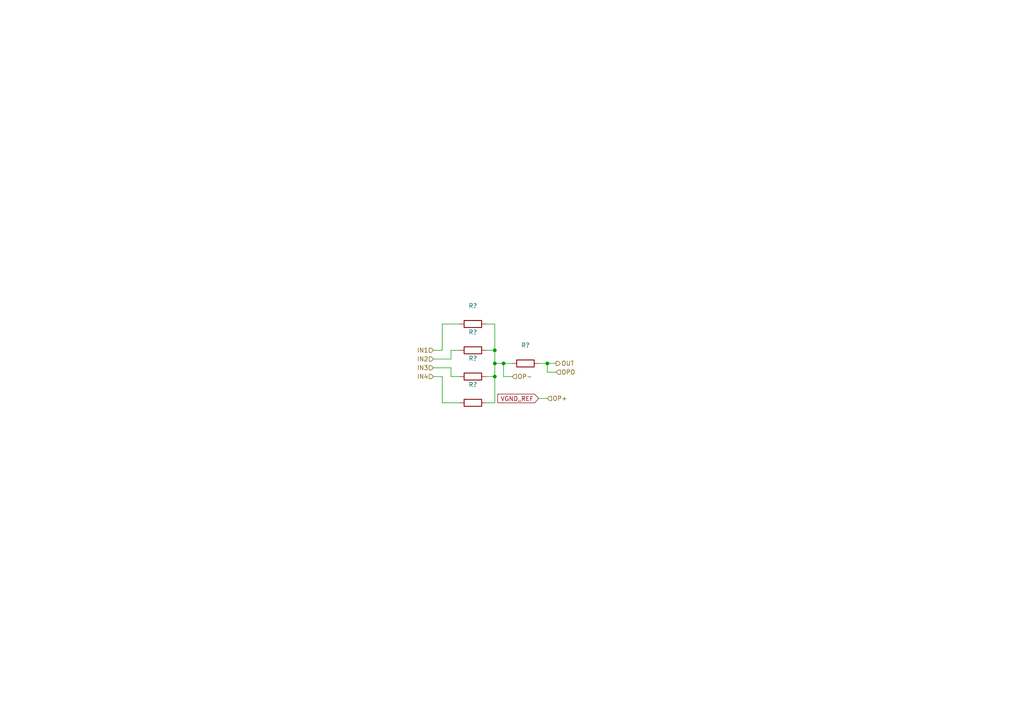
<source format=kicad_sch>
(kicad_sch (version 20211123) (generator eeschema)
  (paper "A4")
  (lib_symbols
    (symbol "Device:R" (pin_numbers hide) (pin_names (offset 0))
      (property "Reference" "R" (at 2.032 0 90))
      (property "Value" "R" (at 0 0 90))
      (symbol "R_0_1"
        (rectangle (start -1.016 -2.54) (end 1.016 2.54) (stroke (width 0.254)))
      )
      (symbol "R_1_1"
        (pin passive line (at 0 3.81 270) (length 1.27) (name "~") (number "1"))
        (pin passive line (at 0 -3.81 90) (length 1.27) (name "~") (number "2"))
      )
    )
  )
  (junction (at 143.51 101.6))
  (junction (at 146.05 105.41))
  (junction (at 143.51 105.41))
  (junction (at 143.51 109.22))
  (junction (at 158.75 105.41))
  (wire (pts (xy 143.51 109.22) (xy 140.97 109.22)))
  (wire (pts (xy 143.51 101.6) (xy 140.97 101.6)))
  (wire (pts (xy 130.81 106.68) (xy 130.81 109.22)))
  (wire (pts (xy 130.81 109.22) (xy 133.35 109.22)))
  (wire (pts (xy 146.05 109.22) (xy 148.59 109.22)))
  (wire (pts (xy 125.73 101.6) (xy 128.27 101.6)))
  (wire (pts (xy 143.51 93.98) (xy 140.97 93.98)))
  (wire (pts (xy 140.97 116.84) (xy 143.51 116.84)))
  (wire (pts (xy 158.75 115.57) (xy 156.21 115.57)))
  (wire (pts (xy 125.73 106.68) (xy 130.81 106.68)))
  (wire (pts (xy 128.27 109.22) (xy 128.27 116.84)))
  (wire (pts (xy 130.81 104.14) (xy 130.81 101.6)))
  (wire (pts (xy 148.59 105.41) (xy 146.05 105.41)))
  (wire (pts (xy 130.81 101.6) (xy 133.35 101.6)))
  (wire (pts (xy 128.27 101.6) (xy 128.27 93.98)))
  (wire (pts (xy 143.51 101.6) (xy 143.51 93.98)))
  (wire (pts (xy 146.05 105.41) (xy 143.51 105.41)))
  (wire (pts (xy 128.27 116.84) (xy 133.35 116.84)))
  (wire (pts (xy 161.29 105.41) (xy 158.75 105.41)))
  (wire (pts (xy 146.05 109.22) (xy 146.05 105.41)))
  (wire (pts (xy 143.51 101.6) (xy 143.51 105.41)))
  (wire (pts (xy 161.29 107.95) (xy 158.75 107.95)))
  (wire (pts (xy 125.73 104.14) (xy 130.81 104.14)))
  (wire (pts (xy 143.51 105.41) (xy 143.51 109.22)))
  (wire (pts (xy 125.73 109.22) (xy 128.27 109.22)))
  (wire (pts (xy 158.75 107.95) (xy 158.75 105.41)))
  (wire (pts (xy 143.51 116.84) (xy 143.51 109.22)))
  (wire (pts (xy 128.27 93.98) (xy 133.35 93.98)))
  (wire (pts (xy 158.75 105.41) (xy 156.21 105.41)))
  (global_label "VGND_REF" (shape input) (at 156.21 115.57 180) (property "Intersheet References" "${INTERSHEET_REFS}" (effects hide)))
  (hierarchical_label "OP+" (shape input) (at 158.75 115.57 0))
  (hierarchical_label "IN2" (shape input) (at 125.73 104.14 180))
  (hierarchical_label "IN4" (shape input) (at 125.73 109.22 180))
  (hierarchical_label "OP-" (shape input) (at 148.59 109.22 0))
  (hierarchical_label "OUT" (shape output) (at 161.29 105.41 0))
  (hierarchical_label "IN1" (shape input) (at 125.73 101.6 180))
  (hierarchical_label "OPO" (shape input) (at 161.29 107.95 0))
  (hierarchical_label "IN3" (shape input) (at 125.73 106.68 180))
  (symbol (lib_id "Device:R") (at 137.16 93.98 270) (unit 1)
    (property "Reference" "R?" (at 137.16 88.7222 90))
  )
  (symbol (lib_id "Device:R") (at 137.16 101.6 270) (unit 1)
    (property "Reference" "R?" (at 137.16 96.3422 90))
  )
  (symbol (lib_id "Device:R") (at 137.16 109.22 270) (unit 1)
    (property "Reference" "R?" (at 137.16 103.9622 90))
  )
  (symbol (lib_id "Device:R") (at 137.16 116.84 270) (unit 1)
    (property "Reference" "R?" (at 137.16 111.5822 90))
  )
  (symbol (lib_id "Device:R") (at 152.4 105.41 270) (unit 1)
    (property "Reference" "R?" (at 152.4 100.1522 90))
  )
)
</source>
